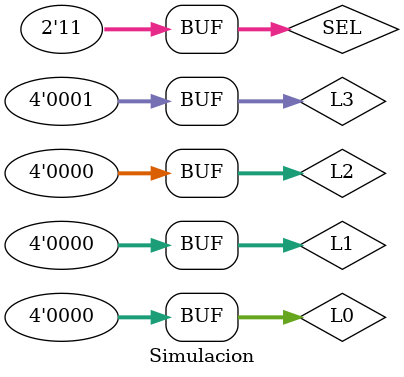
<source format=v>
`timescale 1ns / 1ps

module Simulacion();
    //Entradas
    reg [3:0] L0;
    reg [3:0] L1;
    reg [3:0] L2;
    reg [3:0] L3;
    reg [1:0] SEL;
    
    //Salida
    wire [3:0] R;
    
    //Generar conexiones con el modulo del multiplexor
    Multiplexor_4a1_condicional MC(
    .L0(L0),
    .L1(L1),
    .L2(L2),
    .L3(L3),
    .SEL(SEL),
    .R(R)
    );

    //Inicializar entradas y estimulos y la duracion de cada estimulo    
    initial
    begin
        L0 = 4'b0001; 
        L1 = 4'b0000; 
        L2 = 4'b0000;
        L3 = 4'b0000;  
        SEL =2'b00;
        #100
        L0 = 4'b0000; 
        L1 = 4'b0001; 
        L2 = 4'b0000;
        L3 = 4'b0000;        
        SEL =2'b01;
        #100
        L0 = 4'b0000; 
        L1 = 4'b0000; 
        L2 = 4'b0001;
        L3 = 4'b0000;
        SEL =2'b10;
        #100
        L0 = 4'b0000; 
        L1 = 4'b0000; 
        L2 = 4'b0000;
        L3 = 4'b0001;
        SEL =2'b11;                      
    end
endmodule

</source>
